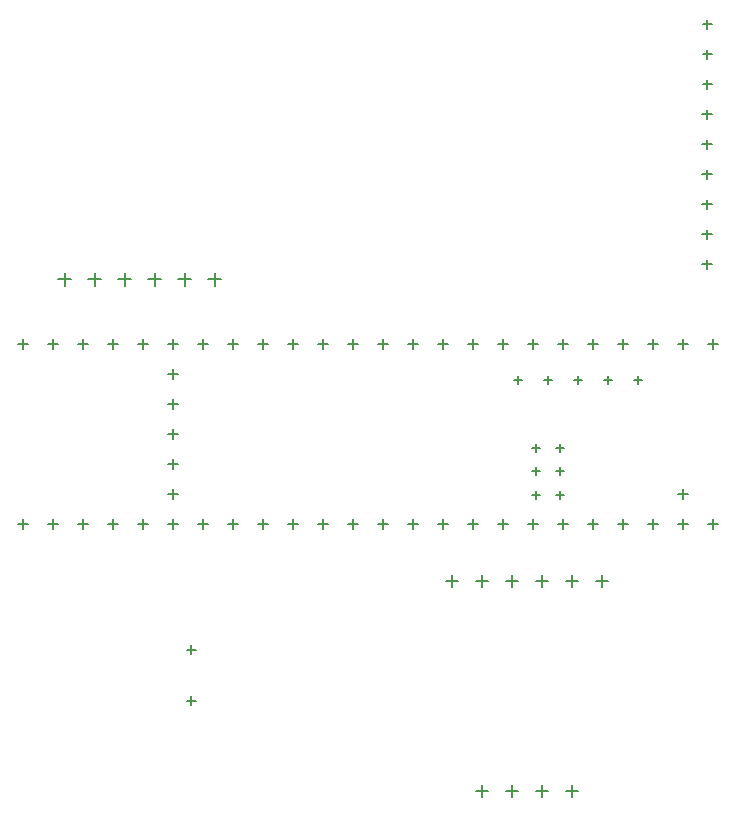
<source format=gbr>
%FSTAX23Y23*%
%MOIN*%
%SFA1B1*%

%IPPOS*%
%ADD11C,0.005000*%
%LNpcb1_drillmap_1-1*%
%LPD*%
G54D11*
X00854Y01005D02*
X00885D01*
X0087Y00989D02*
Y0102D01*
X00754Y01005D02*
X00785D01*
X0077Y00989D02*
Y0102D01*
X00654Y01005D02*
X00685D01*
X0067Y00989D02*
Y0102D01*
X00554Y01005D02*
X00585D01*
X0057Y00989D02*
Y0102D01*
X00454Y01005D02*
X00485D01*
X0047Y00989D02*
Y0102D01*
X00354Y01005D02*
X00385D01*
X0037Y00989D02*
Y0102D01*
X00254Y01005D02*
X00285D01*
X0027Y00989D02*
Y0102D01*
X00154Y01005D02*
X00185D01*
X0017Y00989D02*
Y0102D01*
X00054Y01005D02*
X00085D01*
X0007Y00989D02*
Y0102D01*
X00054Y01605D02*
X00085D01*
X0007Y01589D02*
Y0162D01*
X00154Y01605D02*
X00185D01*
X0017Y01589D02*
Y0162D01*
X00254Y01605D02*
X00285D01*
X0027Y01589D02*
Y0162D01*
X00354Y01605D02*
X00385D01*
X0037Y01589D02*
Y0162D01*
X00454Y01605D02*
X00485D01*
X0047Y01589D02*
Y0162D01*
X00554Y01605D02*
X00585D01*
X0057Y01589D02*
Y0162D01*
X00654Y01605D02*
X00685D01*
X0067Y01589D02*
Y0162D01*
X00754Y01605D02*
X00785D01*
X0077Y01589D02*
Y0162D01*
X00854Y01605D02*
X00885D01*
X0087Y01589D02*
Y0162D01*
X02354Y01005D02*
X02385D01*
X0237Y00989D02*
Y0102D01*
X02254Y01005D02*
X02285D01*
X0227Y00989D02*
Y0102D01*
X02154Y01005D02*
X02185D01*
X0217Y00989D02*
Y0102D01*
X02054Y01005D02*
X02085D01*
X0207Y00989D02*
Y0102D01*
X01954Y01005D02*
X01985D01*
X0197Y00989D02*
Y0102D01*
X01854Y01005D02*
X01885D01*
X0187Y00989D02*
Y0102D01*
X01754Y01005D02*
X01785D01*
X0177Y00989D02*
Y0102D01*
X01654Y01005D02*
X01685D01*
X0167Y00989D02*
Y0102D01*
X01554Y01005D02*
X01585D01*
X0157Y00989D02*
Y0102D01*
X01454Y01005D02*
X01485D01*
X0147Y00989D02*
Y0102D01*
X01354Y01005D02*
X01385D01*
X0137Y00989D02*
Y0102D01*
X01254Y01005D02*
X01285D01*
X0127Y00989D02*
Y0102D01*
X01154Y01005D02*
X01185D01*
X0117Y00989D02*
Y0102D01*
X01054Y01005D02*
X01085D01*
X0107Y00989D02*
Y0102D01*
X00954Y01605D02*
X00985D01*
X0097Y01589D02*
Y0162D01*
X01054Y01605D02*
X01085D01*
X0107Y01589D02*
Y0162D01*
X01154Y01605D02*
X01185D01*
X0117Y01589D02*
Y0162D01*
X01254Y01605D02*
X01285D01*
X0127Y01589D02*
Y0162D01*
X01354Y01605D02*
X01385D01*
X0137Y01589D02*
Y0162D01*
X01454Y01605D02*
X01485D01*
X0147Y01589D02*
Y0162D01*
X01554Y01605D02*
X01585D01*
X0157Y01589D02*
Y0162D01*
X01654Y01605D02*
X01685D01*
X0167Y01589D02*
Y0162D01*
X01754Y01605D02*
X01785D01*
X0177Y01589D02*
Y0162D01*
X01854Y01605D02*
X01885D01*
X0187Y01589D02*
Y0162D01*
X01954Y01605D02*
X01985D01*
X0197Y01589D02*
Y0162D01*
X02054Y01605D02*
X02085D01*
X0207Y01589D02*
Y0162D01*
X02154Y01605D02*
X02185D01*
X0217Y01589D02*
Y0162D01*
X01705Y01484D02*
X01734D01*
X0172Y0147D02*
Y01499D01*
X01805Y01484D02*
X01834D01*
X0182Y0147D02*
Y01499D01*
X01905Y01484D02*
X01934D01*
X0192Y0147D02*
Y01499D01*
X02005Y01484D02*
X02034D01*
X0202Y0147D02*
Y01499D01*
X02105Y01484D02*
X02134D01*
X0212Y0147D02*
Y01499D01*
X01845Y01258D02*
X01873D01*
X01859Y01245D02*
Y01272D01*
X01845Y0118D02*
X01873D01*
X01859Y01166D02*
Y01193D01*
X01766Y01258D02*
X01794D01*
X0178Y01245D02*
Y01272D01*
X01766Y0118D02*
X01794D01*
X0178Y01166D02*
Y01193D01*
X01845Y01101D02*
X01873D01*
X01859Y01087D02*
Y01115D01*
X01766Y01101D02*
X01794D01*
X0178Y01087D02*
Y01115D01*
X00954Y01005D02*
X00985D01*
X0097Y00989D02*
Y0102D01*
X00554Y01205D02*
X00585D01*
X0057Y01189D02*
Y0122D01*
X02254Y01105D02*
X02285D01*
X0227Y01089D02*
Y0112D01*
X00554Y01105D02*
X00585D01*
X0057Y01089D02*
Y0112D01*
X00554Y01305D02*
X00585D01*
X0057Y01289D02*
Y0132D01*
X00554Y01405D02*
X00585D01*
X0057Y01389D02*
Y0142D01*
X00554Y01505D02*
X00585D01*
X0057Y01489D02*
Y0152D01*
X02254Y01605D02*
X02285D01*
X0227Y01589D02*
Y0162D01*
X02354Y01605D02*
X02385D01*
X0237Y01589D02*
Y0162D01*
X00615Y00585D02*
X00645D01*
X0063Y0057D02*
Y006D01*
X00615Y00415D02*
X00645D01*
X0063Y004D02*
Y0043D01*
X0178Y00115D02*
X01819D01*
X018Y00095D02*
Y00134D01*
X0168Y00115D02*
X01719D01*
X017Y00095D02*
Y00134D01*
X0188Y00115D02*
X01919D01*
X019Y00095D02*
Y00134D01*
X0158Y00115D02*
X01619D01*
X016Y00095D02*
Y00134D01*
X0178Y00815D02*
X01819D01*
X018Y00795D02*
Y00834D01*
X0168Y00815D02*
X01719D01*
X017Y00795D02*
Y00834D01*
X0188Y00815D02*
X01919D01*
X019Y00795D02*
Y00834D01*
X0158Y00815D02*
X01619D01*
X016Y00795D02*
Y00834D01*
X0198Y00815D02*
X02019D01*
X02Y00795D02*
Y00834D01*
X0148Y00815D02*
X01519D01*
X015Y00795D02*
Y00834D01*
X00388Y0182D02*
X00431D01*
X0041Y01798D02*
Y01841D01*
X00588Y0182D02*
X00631D01*
X0061Y01798D02*
Y01841D01*
X00688Y0182D02*
X00731D01*
X0071Y01798D02*
Y01841D01*
X00488Y0182D02*
X00531D01*
X0051Y01798D02*
Y01841D01*
X00288Y0182D02*
X00331D01*
X0031Y01798D02*
Y01841D01*
X00188Y0182D02*
X00231D01*
X0021Y01798D02*
Y01841D01*
X02335Y0267D02*
X02365D01*
X0235Y02655D02*
Y02685D01*
X02335Y0257D02*
X02365D01*
X0235Y02555D02*
Y02585D01*
X02335Y0247D02*
X02365D01*
X0235Y02455D02*
Y02485D01*
X02334Y0237D02*
X02365D01*
X0235Y02354D02*
Y02385D01*
X02334Y0187D02*
X02365D01*
X0235Y01854D02*
Y01885D01*
X02334Y0197D02*
X02365D01*
X0235Y01954D02*
Y01985D01*
X02334Y0207D02*
X02365D01*
X0235Y02054D02*
Y02085D01*
X02334Y0217D02*
X02365D01*
X0235Y02154D02*
Y02185D01*
X02334Y0227D02*
X02365D01*
X0235Y02254D02*
Y02285D01*
M02*
</source>
